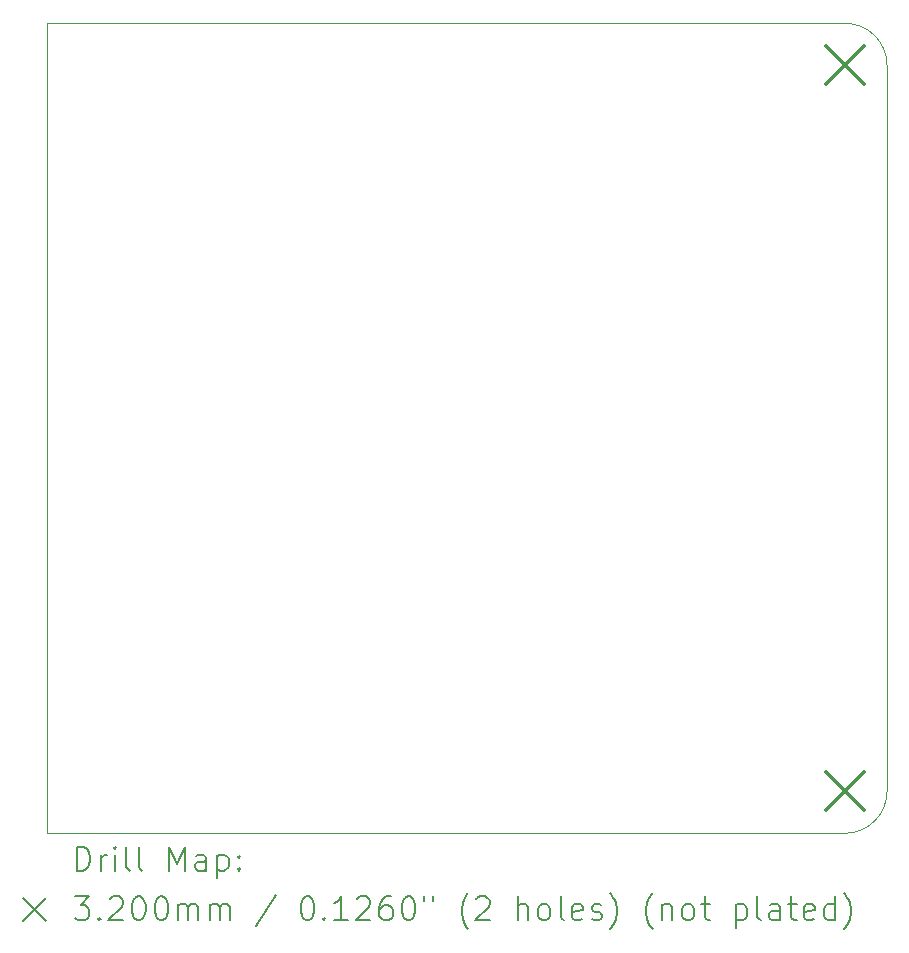
<source format=gbr>
%FSLAX45Y45*%
G04 Gerber Fmt 4.5, Leading zero omitted, Abs format (unit mm)*
G04 Created by KiCad (PCBNEW (6.0.0)) date 2022-01-24 17:46:20*
%MOMM*%
%LPD*%
G01*
G04 APERTURE LIST*
%TA.AperFunction,Profile*%
%ADD10C,0.100000*%
%TD*%
%ADD11C,0.200000*%
%ADD12C,0.320000*%
G04 APERTURE END LIST*
D10*
X18948400Y-11938000D02*
G75*
G03*
X19304000Y-11582400I0J355600D01*
G01*
X18948400Y-5080000D02*
X12192000Y-5080000D01*
X19304000Y-11582400D02*
X19304000Y-5435600D01*
X12192000Y-5080000D02*
X12192000Y-11938000D01*
X12192000Y-11938000D02*
X18948400Y-11938000D01*
X19304000Y-5435600D02*
G75*
G03*
X18948400Y-5080000I-355600J0D01*
G01*
D11*
D12*
X18788400Y-5275600D02*
X19108400Y-5595600D01*
X19108400Y-5275600D02*
X18788400Y-5595600D01*
X18788400Y-11422400D02*
X19108400Y-11742400D01*
X19108400Y-11422400D02*
X18788400Y-11742400D01*
D11*
X12444619Y-12253476D02*
X12444619Y-12053476D01*
X12492238Y-12053476D01*
X12520809Y-12063000D01*
X12539857Y-12082048D01*
X12549381Y-12101095D01*
X12558905Y-12139190D01*
X12558905Y-12167762D01*
X12549381Y-12205857D01*
X12539857Y-12224905D01*
X12520809Y-12243952D01*
X12492238Y-12253476D01*
X12444619Y-12253476D01*
X12644619Y-12253476D02*
X12644619Y-12120143D01*
X12644619Y-12158238D02*
X12654143Y-12139190D01*
X12663667Y-12129667D01*
X12682714Y-12120143D01*
X12701762Y-12120143D01*
X12768428Y-12253476D02*
X12768428Y-12120143D01*
X12768428Y-12053476D02*
X12758905Y-12063000D01*
X12768428Y-12072524D01*
X12777952Y-12063000D01*
X12768428Y-12053476D01*
X12768428Y-12072524D01*
X12892238Y-12253476D02*
X12873190Y-12243952D01*
X12863667Y-12224905D01*
X12863667Y-12053476D01*
X12997000Y-12253476D02*
X12977952Y-12243952D01*
X12968428Y-12224905D01*
X12968428Y-12053476D01*
X13225571Y-12253476D02*
X13225571Y-12053476D01*
X13292238Y-12196333D01*
X13358905Y-12053476D01*
X13358905Y-12253476D01*
X13539857Y-12253476D02*
X13539857Y-12148714D01*
X13530333Y-12129667D01*
X13511286Y-12120143D01*
X13473190Y-12120143D01*
X13454143Y-12129667D01*
X13539857Y-12243952D02*
X13520809Y-12253476D01*
X13473190Y-12253476D01*
X13454143Y-12243952D01*
X13444619Y-12224905D01*
X13444619Y-12205857D01*
X13454143Y-12186809D01*
X13473190Y-12177286D01*
X13520809Y-12177286D01*
X13539857Y-12167762D01*
X13635095Y-12120143D02*
X13635095Y-12320143D01*
X13635095Y-12129667D02*
X13654143Y-12120143D01*
X13692238Y-12120143D01*
X13711286Y-12129667D01*
X13720809Y-12139190D01*
X13730333Y-12158238D01*
X13730333Y-12215381D01*
X13720809Y-12234428D01*
X13711286Y-12243952D01*
X13692238Y-12253476D01*
X13654143Y-12253476D01*
X13635095Y-12243952D01*
X13816048Y-12234428D02*
X13825571Y-12243952D01*
X13816048Y-12253476D01*
X13806524Y-12243952D01*
X13816048Y-12234428D01*
X13816048Y-12253476D01*
X13816048Y-12129667D02*
X13825571Y-12139190D01*
X13816048Y-12148714D01*
X13806524Y-12139190D01*
X13816048Y-12129667D01*
X13816048Y-12148714D01*
X11987000Y-12483000D02*
X12187000Y-12683000D01*
X12187000Y-12483000D02*
X11987000Y-12683000D01*
X12425571Y-12473476D02*
X12549381Y-12473476D01*
X12482714Y-12549667D01*
X12511286Y-12549667D01*
X12530333Y-12559190D01*
X12539857Y-12568714D01*
X12549381Y-12587762D01*
X12549381Y-12635381D01*
X12539857Y-12654428D01*
X12530333Y-12663952D01*
X12511286Y-12673476D01*
X12454143Y-12673476D01*
X12435095Y-12663952D01*
X12425571Y-12654428D01*
X12635095Y-12654428D02*
X12644619Y-12663952D01*
X12635095Y-12673476D01*
X12625571Y-12663952D01*
X12635095Y-12654428D01*
X12635095Y-12673476D01*
X12720809Y-12492524D02*
X12730333Y-12483000D01*
X12749381Y-12473476D01*
X12797000Y-12473476D01*
X12816048Y-12483000D01*
X12825571Y-12492524D01*
X12835095Y-12511571D01*
X12835095Y-12530619D01*
X12825571Y-12559190D01*
X12711286Y-12673476D01*
X12835095Y-12673476D01*
X12958905Y-12473476D02*
X12977952Y-12473476D01*
X12997000Y-12483000D01*
X13006524Y-12492524D01*
X13016048Y-12511571D01*
X13025571Y-12549667D01*
X13025571Y-12597286D01*
X13016048Y-12635381D01*
X13006524Y-12654428D01*
X12997000Y-12663952D01*
X12977952Y-12673476D01*
X12958905Y-12673476D01*
X12939857Y-12663952D01*
X12930333Y-12654428D01*
X12920809Y-12635381D01*
X12911286Y-12597286D01*
X12911286Y-12549667D01*
X12920809Y-12511571D01*
X12930333Y-12492524D01*
X12939857Y-12483000D01*
X12958905Y-12473476D01*
X13149381Y-12473476D02*
X13168428Y-12473476D01*
X13187476Y-12483000D01*
X13197000Y-12492524D01*
X13206524Y-12511571D01*
X13216048Y-12549667D01*
X13216048Y-12597286D01*
X13206524Y-12635381D01*
X13197000Y-12654428D01*
X13187476Y-12663952D01*
X13168428Y-12673476D01*
X13149381Y-12673476D01*
X13130333Y-12663952D01*
X13120809Y-12654428D01*
X13111286Y-12635381D01*
X13101762Y-12597286D01*
X13101762Y-12549667D01*
X13111286Y-12511571D01*
X13120809Y-12492524D01*
X13130333Y-12483000D01*
X13149381Y-12473476D01*
X13301762Y-12673476D02*
X13301762Y-12540143D01*
X13301762Y-12559190D02*
X13311286Y-12549667D01*
X13330333Y-12540143D01*
X13358905Y-12540143D01*
X13377952Y-12549667D01*
X13387476Y-12568714D01*
X13387476Y-12673476D01*
X13387476Y-12568714D02*
X13397000Y-12549667D01*
X13416048Y-12540143D01*
X13444619Y-12540143D01*
X13463667Y-12549667D01*
X13473190Y-12568714D01*
X13473190Y-12673476D01*
X13568428Y-12673476D02*
X13568428Y-12540143D01*
X13568428Y-12559190D02*
X13577952Y-12549667D01*
X13597000Y-12540143D01*
X13625571Y-12540143D01*
X13644619Y-12549667D01*
X13654143Y-12568714D01*
X13654143Y-12673476D01*
X13654143Y-12568714D02*
X13663667Y-12549667D01*
X13682714Y-12540143D01*
X13711286Y-12540143D01*
X13730333Y-12549667D01*
X13739857Y-12568714D01*
X13739857Y-12673476D01*
X14130333Y-12463952D02*
X13958905Y-12721095D01*
X14387476Y-12473476D02*
X14406524Y-12473476D01*
X14425571Y-12483000D01*
X14435095Y-12492524D01*
X14444619Y-12511571D01*
X14454143Y-12549667D01*
X14454143Y-12597286D01*
X14444619Y-12635381D01*
X14435095Y-12654428D01*
X14425571Y-12663952D01*
X14406524Y-12673476D01*
X14387476Y-12673476D01*
X14368428Y-12663952D01*
X14358905Y-12654428D01*
X14349381Y-12635381D01*
X14339857Y-12597286D01*
X14339857Y-12549667D01*
X14349381Y-12511571D01*
X14358905Y-12492524D01*
X14368428Y-12483000D01*
X14387476Y-12473476D01*
X14539857Y-12654428D02*
X14549381Y-12663952D01*
X14539857Y-12673476D01*
X14530333Y-12663952D01*
X14539857Y-12654428D01*
X14539857Y-12673476D01*
X14739857Y-12673476D02*
X14625571Y-12673476D01*
X14682714Y-12673476D02*
X14682714Y-12473476D01*
X14663667Y-12502048D01*
X14644619Y-12521095D01*
X14625571Y-12530619D01*
X14816048Y-12492524D02*
X14825571Y-12483000D01*
X14844619Y-12473476D01*
X14892238Y-12473476D01*
X14911286Y-12483000D01*
X14920809Y-12492524D01*
X14930333Y-12511571D01*
X14930333Y-12530619D01*
X14920809Y-12559190D01*
X14806524Y-12673476D01*
X14930333Y-12673476D01*
X15101762Y-12473476D02*
X15063667Y-12473476D01*
X15044619Y-12483000D01*
X15035095Y-12492524D01*
X15016048Y-12521095D01*
X15006524Y-12559190D01*
X15006524Y-12635381D01*
X15016048Y-12654428D01*
X15025571Y-12663952D01*
X15044619Y-12673476D01*
X15082714Y-12673476D01*
X15101762Y-12663952D01*
X15111286Y-12654428D01*
X15120809Y-12635381D01*
X15120809Y-12587762D01*
X15111286Y-12568714D01*
X15101762Y-12559190D01*
X15082714Y-12549667D01*
X15044619Y-12549667D01*
X15025571Y-12559190D01*
X15016048Y-12568714D01*
X15006524Y-12587762D01*
X15244619Y-12473476D02*
X15263667Y-12473476D01*
X15282714Y-12483000D01*
X15292238Y-12492524D01*
X15301762Y-12511571D01*
X15311286Y-12549667D01*
X15311286Y-12597286D01*
X15301762Y-12635381D01*
X15292238Y-12654428D01*
X15282714Y-12663952D01*
X15263667Y-12673476D01*
X15244619Y-12673476D01*
X15225571Y-12663952D01*
X15216048Y-12654428D01*
X15206524Y-12635381D01*
X15197000Y-12597286D01*
X15197000Y-12549667D01*
X15206524Y-12511571D01*
X15216048Y-12492524D01*
X15225571Y-12483000D01*
X15244619Y-12473476D01*
X15387476Y-12473476D02*
X15387476Y-12511571D01*
X15463667Y-12473476D02*
X15463667Y-12511571D01*
X15758905Y-12749667D02*
X15749381Y-12740143D01*
X15730333Y-12711571D01*
X15720809Y-12692524D01*
X15711286Y-12663952D01*
X15701762Y-12616333D01*
X15701762Y-12578238D01*
X15711286Y-12530619D01*
X15720809Y-12502048D01*
X15730333Y-12483000D01*
X15749381Y-12454428D01*
X15758905Y-12444905D01*
X15825571Y-12492524D02*
X15835095Y-12483000D01*
X15854143Y-12473476D01*
X15901762Y-12473476D01*
X15920809Y-12483000D01*
X15930333Y-12492524D01*
X15939857Y-12511571D01*
X15939857Y-12530619D01*
X15930333Y-12559190D01*
X15816048Y-12673476D01*
X15939857Y-12673476D01*
X16177952Y-12673476D02*
X16177952Y-12473476D01*
X16263667Y-12673476D02*
X16263667Y-12568714D01*
X16254143Y-12549667D01*
X16235095Y-12540143D01*
X16206524Y-12540143D01*
X16187476Y-12549667D01*
X16177952Y-12559190D01*
X16387476Y-12673476D02*
X16368428Y-12663952D01*
X16358905Y-12654428D01*
X16349381Y-12635381D01*
X16349381Y-12578238D01*
X16358905Y-12559190D01*
X16368428Y-12549667D01*
X16387476Y-12540143D01*
X16416048Y-12540143D01*
X16435095Y-12549667D01*
X16444619Y-12559190D01*
X16454143Y-12578238D01*
X16454143Y-12635381D01*
X16444619Y-12654428D01*
X16435095Y-12663952D01*
X16416048Y-12673476D01*
X16387476Y-12673476D01*
X16568428Y-12673476D02*
X16549381Y-12663952D01*
X16539857Y-12644905D01*
X16539857Y-12473476D01*
X16720809Y-12663952D02*
X16701762Y-12673476D01*
X16663667Y-12673476D01*
X16644619Y-12663952D01*
X16635095Y-12644905D01*
X16635095Y-12568714D01*
X16644619Y-12549667D01*
X16663667Y-12540143D01*
X16701762Y-12540143D01*
X16720809Y-12549667D01*
X16730333Y-12568714D01*
X16730333Y-12587762D01*
X16635095Y-12606809D01*
X16806524Y-12663952D02*
X16825571Y-12673476D01*
X16863667Y-12673476D01*
X16882714Y-12663952D01*
X16892238Y-12644905D01*
X16892238Y-12635381D01*
X16882714Y-12616333D01*
X16863667Y-12606809D01*
X16835095Y-12606809D01*
X16816048Y-12597286D01*
X16806524Y-12578238D01*
X16806524Y-12568714D01*
X16816048Y-12549667D01*
X16835095Y-12540143D01*
X16863667Y-12540143D01*
X16882714Y-12549667D01*
X16958905Y-12749667D02*
X16968429Y-12740143D01*
X16987476Y-12711571D01*
X16997000Y-12692524D01*
X17006524Y-12663952D01*
X17016048Y-12616333D01*
X17016048Y-12578238D01*
X17006524Y-12530619D01*
X16997000Y-12502048D01*
X16987476Y-12483000D01*
X16968429Y-12454428D01*
X16958905Y-12444905D01*
X17320810Y-12749667D02*
X17311286Y-12740143D01*
X17292238Y-12711571D01*
X17282714Y-12692524D01*
X17273190Y-12663952D01*
X17263667Y-12616333D01*
X17263667Y-12578238D01*
X17273190Y-12530619D01*
X17282714Y-12502048D01*
X17292238Y-12483000D01*
X17311286Y-12454428D01*
X17320810Y-12444905D01*
X17397000Y-12540143D02*
X17397000Y-12673476D01*
X17397000Y-12559190D02*
X17406524Y-12549667D01*
X17425571Y-12540143D01*
X17454143Y-12540143D01*
X17473190Y-12549667D01*
X17482714Y-12568714D01*
X17482714Y-12673476D01*
X17606524Y-12673476D02*
X17587476Y-12663952D01*
X17577952Y-12654428D01*
X17568429Y-12635381D01*
X17568429Y-12578238D01*
X17577952Y-12559190D01*
X17587476Y-12549667D01*
X17606524Y-12540143D01*
X17635095Y-12540143D01*
X17654143Y-12549667D01*
X17663667Y-12559190D01*
X17673190Y-12578238D01*
X17673190Y-12635381D01*
X17663667Y-12654428D01*
X17654143Y-12663952D01*
X17635095Y-12673476D01*
X17606524Y-12673476D01*
X17730333Y-12540143D02*
X17806524Y-12540143D01*
X17758905Y-12473476D02*
X17758905Y-12644905D01*
X17768429Y-12663952D01*
X17787476Y-12673476D01*
X17806524Y-12673476D01*
X18025571Y-12540143D02*
X18025571Y-12740143D01*
X18025571Y-12549667D02*
X18044619Y-12540143D01*
X18082714Y-12540143D01*
X18101762Y-12549667D01*
X18111286Y-12559190D01*
X18120810Y-12578238D01*
X18120810Y-12635381D01*
X18111286Y-12654428D01*
X18101762Y-12663952D01*
X18082714Y-12673476D01*
X18044619Y-12673476D01*
X18025571Y-12663952D01*
X18235095Y-12673476D02*
X18216048Y-12663952D01*
X18206524Y-12644905D01*
X18206524Y-12473476D01*
X18397000Y-12673476D02*
X18397000Y-12568714D01*
X18387476Y-12549667D01*
X18368429Y-12540143D01*
X18330333Y-12540143D01*
X18311286Y-12549667D01*
X18397000Y-12663952D02*
X18377952Y-12673476D01*
X18330333Y-12673476D01*
X18311286Y-12663952D01*
X18301762Y-12644905D01*
X18301762Y-12625857D01*
X18311286Y-12606809D01*
X18330333Y-12597286D01*
X18377952Y-12597286D01*
X18397000Y-12587762D01*
X18463667Y-12540143D02*
X18539857Y-12540143D01*
X18492238Y-12473476D02*
X18492238Y-12644905D01*
X18501762Y-12663952D01*
X18520810Y-12673476D01*
X18539857Y-12673476D01*
X18682714Y-12663952D02*
X18663667Y-12673476D01*
X18625571Y-12673476D01*
X18606524Y-12663952D01*
X18597000Y-12644905D01*
X18597000Y-12568714D01*
X18606524Y-12549667D01*
X18625571Y-12540143D01*
X18663667Y-12540143D01*
X18682714Y-12549667D01*
X18692238Y-12568714D01*
X18692238Y-12587762D01*
X18597000Y-12606809D01*
X18863667Y-12673476D02*
X18863667Y-12473476D01*
X18863667Y-12663952D02*
X18844619Y-12673476D01*
X18806524Y-12673476D01*
X18787476Y-12663952D01*
X18777952Y-12654428D01*
X18768429Y-12635381D01*
X18768429Y-12578238D01*
X18777952Y-12559190D01*
X18787476Y-12549667D01*
X18806524Y-12540143D01*
X18844619Y-12540143D01*
X18863667Y-12549667D01*
X18939857Y-12749667D02*
X18949381Y-12740143D01*
X18968429Y-12711571D01*
X18977952Y-12692524D01*
X18987476Y-12663952D01*
X18997000Y-12616333D01*
X18997000Y-12578238D01*
X18987476Y-12530619D01*
X18977952Y-12502048D01*
X18968429Y-12483000D01*
X18949381Y-12454428D01*
X18939857Y-12444905D01*
M02*

</source>
